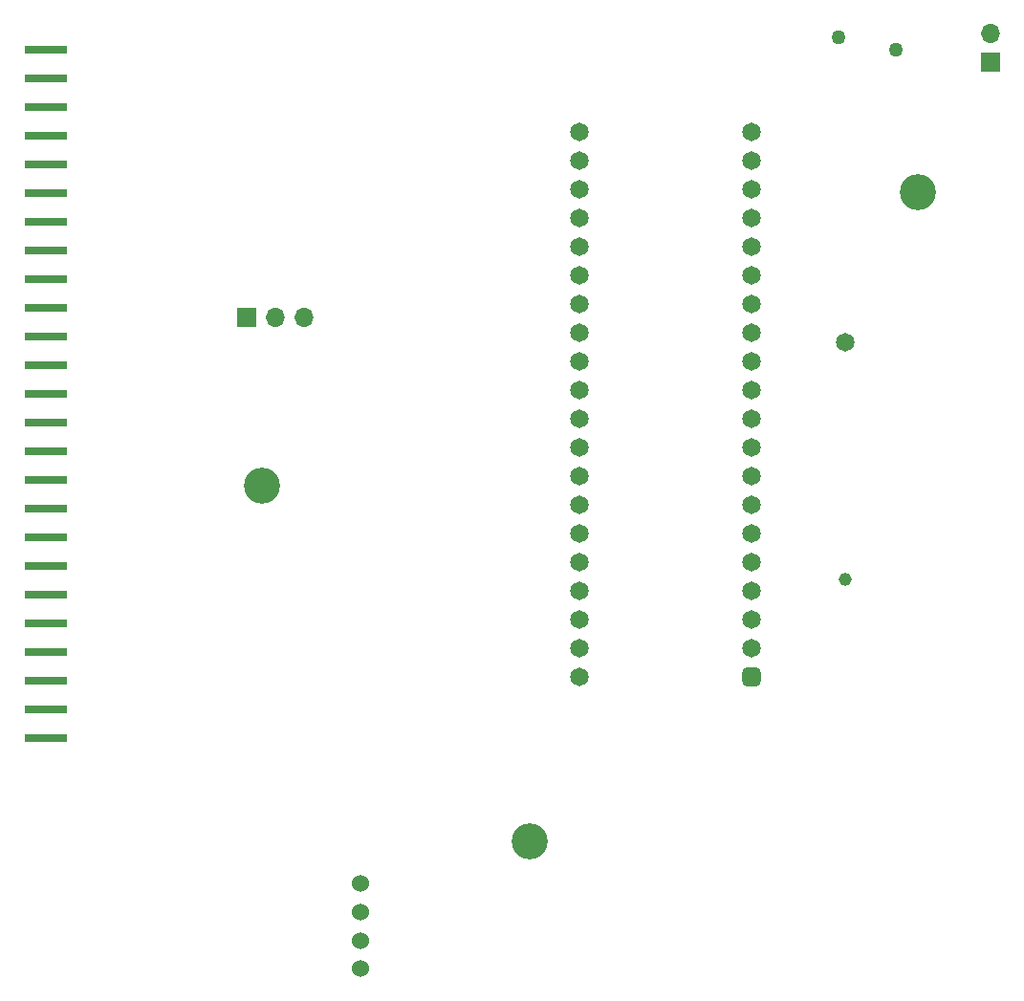
<source format=gbr>
%TF.GenerationSoftware,KiCad,Pcbnew,(6.0.2)*%
%TF.CreationDate,2022-04-15T06:16:40-06:00*%
%TF.ProjectId,XCVR_F1_SMD_V1,58435652-5f46-4315-9f53-4d445f56312e,rev?*%
%TF.SameCoordinates,Original*%
%TF.FileFunction,Soldermask,Bot*%
%TF.FilePolarity,Negative*%
%FSLAX46Y46*%
G04 Gerber Fmt 4.6, Leading zero omitted, Abs format (unit mm)*
G04 Created by KiCad (PCBNEW (6.0.2)) date 2022-04-15 06:16:40*
%MOMM*%
%LPD*%
G01*
G04 APERTURE LIST*
G04 Aperture macros list*
%AMRoundRect*
0 Rectangle with rounded corners*
0 $1 Rounding radius*
0 $2 $3 $4 $5 $6 $7 $8 $9 X,Y pos of 4 corners*
0 Add a 4 corners polygon primitive as box body*
4,1,4,$2,$3,$4,$5,$6,$7,$8,$9,$2,$3,0*
0 Add four circle primitives for the rounded corners*
1,1,$1+$1,$2,$3*
1,1,$1+$1,$4,$5*
1,1,$1+$1,$6,$7*
1,1,$1+$1,$8,$9*
0 Add four rect primitives between the rounded corners*
20,1,$1+$1,$2,$3,$4,$5,0*
20,1,$1+$1,$4,$5,$6,$7,0*
20,1,$1+$1,$6,$7,$8,$9,0*
20,1,$1+$1,$8,$9,$2,$3,0*%
G04 Aperture macros list end*
%ADD10R,3.800000X0.750000*%
%ADD11C,1.524000*%
%ADD12C,3.200000*%
%ADD13C,1.270000*%
%ADD14R,1.700000X1.700000*%
%ADD15O,1.700000X1.700000*%
%ADD16C,1.650000*%
%ADD17C,1.150000*%
%ADD18RoundRect,0.412500X0.412500X0.412500X-0.412500X0.412500X-0.412500X-0.412500X0.412500X-0.412500X0*%
G04 APERTURE END LIST*
D10*
%TO.C,J3*%
X107017820Y-129484120D03*
X107017820Y-126944120D03*
X107017820Y-124404120D03*
X107017820Y-121864120D03*
X107017820Y-119324120D03*
X107017820Y-116784120D03*
X107017820Y-114244120D03*
X107017820Y-111704120D03*
X107017820Y-109164120D03*
X107017820Y-106624120D03*
X107017820Y-104084120D03*
X107017820Y-101544120D03*
X107017820Y-99004120D03*
X107017820Y-96464120D03*
X107017820Y-93924120D03*
X107017820Y-91384120D03*
X107017820Y-88844120D03*
X107017820Y-86304120D03*
X107017820Y-83764120D03*
X107017820Y-81224120D03*
X107017820Y-78684120D03*
X107017820Y-76144120D03*
X107017820Y-73604120D03*
X107017820Y-71064120D03*
X107017820Y-68524120D03*
%TD*%
D11*
%TO.C,J4*%
X134917180Y-149919060D03*
X134917180Y-147419060D03*
X134917180Y-144919060D03*
X134917180Y-142419060D03*
%TD*%
D12*
%TO.C,REF\u002A\u002A*%
X149900640Y-138628120D03*
%TD*%
%TO.C,REF\u002A\u002A*%
X126138940Y-107116880D03*
%TD*%
%TO.C,REF\u002A\u002A*%
X184279540Y-81127600D03*
%TD*%
D13*
%TO.C,F1*%
X182298340Y-68559680D03*
X177218340Y-67416680D03*
%TD*%
D14*
%TO.C,J1*%
X190642240Y-69659499D03*
D15*
X190642240Y-67119499D03*
%TD*%
D16*
%TO.C,SD1*%
X177811080Y-94415780D03*
D17*
X177811080Y-115415780D03*
%TD*%
D14*
%TO.C,J2*%
X124780040Y-92280740D03*
D15*
X127320040Y-92280740D03*
X129860040Y-92280740D03*
%TD*%
D18*
%TO.C,BP2*%
X169524680Y-124063760D03*
D16*
X169524680Y-121523760D03*
X169524680Y-118983760D03*
X169524680Y-116443760D03*
X169524680Y-113903760D03*
X169524680Y-111363760D03*
X169524680Y-108823760D03*
X169524680Y-106283760D03*
X169524680Y-103743760D03*
X169524680Y-101203760D03*
X169524680Y-98663760D03*
X169524680Y-96123760D03*
X169524680Y-93583760D03*
X169524680Y-91043760D03*
X169524680Y-88503760D03*
X169524680Y-85963760D03*
X169524680Y-83423760D03*
X169524680Y-80883760D03*
X169524680Y-78343760D03*
X169524680Y-75803760D03*
X154284680Y-75803760D03*
X154284680Y-78343760D03*
X154284680Y-80883760D03*
X154284680Y-83423760D03*
X154284680Y-85963760D03*
X154284680Y-88503760D03*
X154284680Y-91043760D03*
X154284680Y-93583760D03*
X154284680Y-96123760D03*
X154284680Y-98663760D03*
X154284680Y-101203760D03*
X154284680Y-103743760D03*
X154284680Y-106283760D03*
X154284680Y-108823760D03*
X154284680Y-111363760D03*
X154284680Y-113903760D03*
X154284680Y-116443760D03*
X154284680Y-118983760D03*
X154284680Y-121523760D03*
X154284680Y-124063760D03*
%TD*%
M02*

</source>
